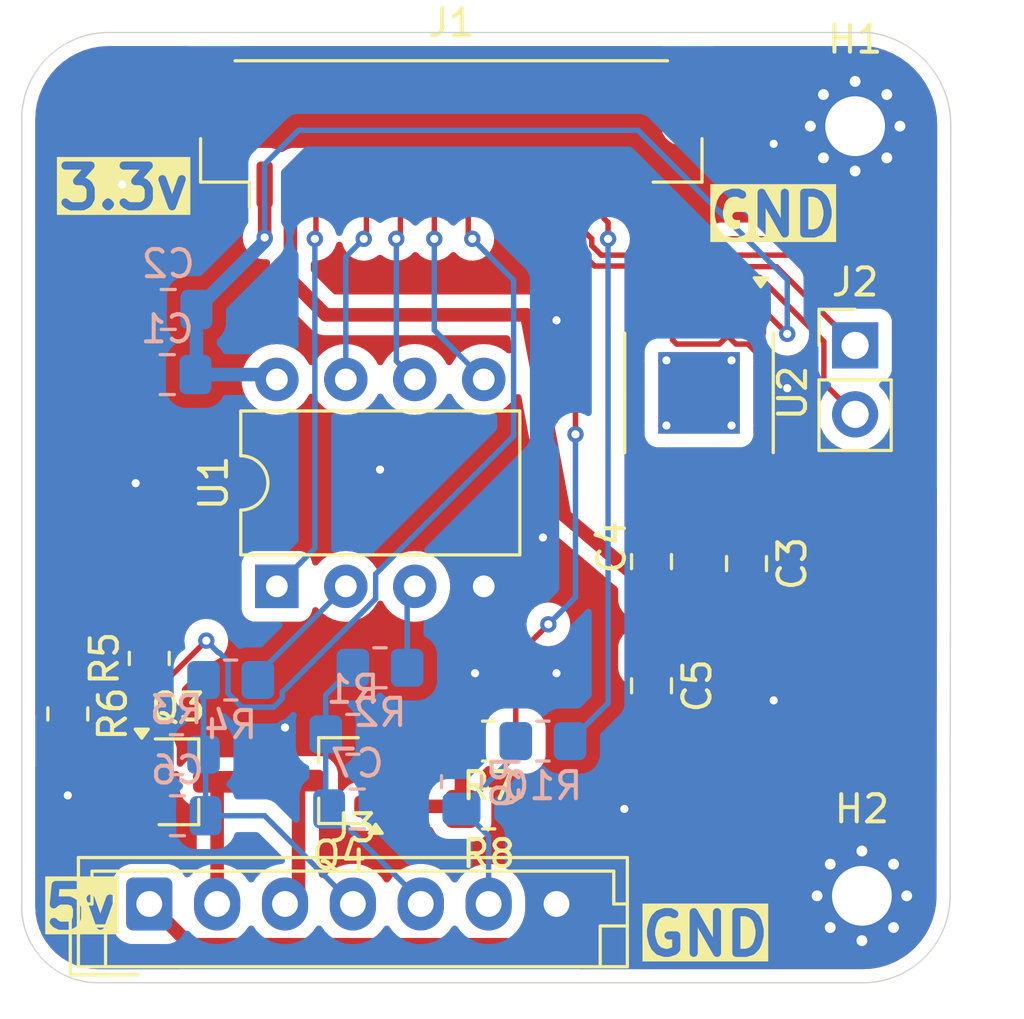
<source format=kicad_pcb>
(kicad_pcb (version 20240108) (generator "pcbnew") (generator_version "8.0")
  (layers (0 "F.Cu" signal) (31 "B.Cu" signal) (34 "B.Paste" user) (35 "F.Paste" user) (36 "B.SilkS" user "B.Silkscreen") (37 "F.SilkS" user "F.Silkscreen") (38 "B.Mask" user) (39 "F.Mask" user) (44 "Edge.Cuts" user))
  (net 0 "")
  (net 1 "GND")
  (net 2 "+3.3V")
  (net 3 "Net-(U2-VINT)")
  (net 4 "VM")
  (net 5 "CS")
  (net 6 "CLK")
  (net 7 "MISO")
  (net 8 "MOSI")
  (net 9 "CH0")
  (net 10 "CH1")
  (net 11 "Net-(U2-VCP)")
  (net 12 "AIN2")
  (net 13 "GATE1")
  (net 14 "GATE2")
  (net 15 "SWITCH")
  (net 16 "AIN1")
  (net 17 "Net-(J2-Pin_2)")
  (net 18 "Net-(J2-Pin_1)")
  (net 19 "DRAIN2")
  (net 20 "DRAIN1")
  (net 21 "Net-(J3-Pin_6)")
  (net 22 "Net-(Q3-G)")
  (net 23 "Net-(Q4-G)")
  (net 24 "Net-(U1-CH1)")
  (net 25 "Net-(U1-CH0)")
  (footprint "Connector_JST:JST_EH_B7B-EH-A_1x07_P2.50mm_Vertical" (layer "F.Cu") (at 113.5 104.5)
    (property "Reference" "J3" (at 7.5 -2.8 0) (layer "F.SilkS"))
    (property "Value" "Conn_01x07_Pin")
    (fp_line (start -2.91 0.11) (end -2.91 2.61) (stroke (width 0.12)) (layer "F.SilkS"))
    (fp_line (start -2.91 2.61) (end -0.41 2.61) (stroke (width 0.12)) (layer "F.SilkS"))
    (fp_line (start -2.61 -1.71) (end -2.61 2.31) (stroke (width 0.12)) (layer "F.SilkS"))
    (fp_line (start -2.61 0) (end -2.11 0) (stroke (width 0.12)) (layer "F.SilkS"))
    (fp_line (start -2.61 0.81) (end -1.61 0.81) (stroke (width 0.12)) (layer "F.SilkS"))
    (fp_line (start -2.61 2.31) (end 17.61 2.31) (stroke (width 0.12)) (layer "F.SilkS"))
    (fp_line (start -2.11 -1.21) (end 17.11 -1.21) (stroke (width 0.12)) (layer "F.SilkS"))
    (fp_line (start -2.11 0) (end -2.11 -1.21) (stroke (width 0.12)) (layer "F.SilkS"))
    (fp_line (start -1.61 0.81) (end -1.61 2.31) (stroke (width 0.12)) (layer "F.SilkS"))
    (fp_line (start 16.61 0.81) (end 16.61 2.31) (stroke (width 0.12)) (layer "F.SilkS"))
    (fp_line (start 17.11 -1.21) (end 17.11 0) (stroke (width 0.12)) (layer "F.SilkS"))
    (fp_line (start 17.11 0) (end 17.61 0) (stroke (width 0.12)) (layer "F.SilkS"))
    (fp_line (start 17.61 -1.71) (end -2.61 -1.71) (stroke (width 0.12)) (layer "F.SilkS"))
    (fp_line (start 17.61 0.81) (end 16.61 0.81) (stroke (width 0.12)) (layer "F.SilkS"))
    (fp_line (start 17.61 2.31) (end 17.61 -1.71) (stroke (width 0.12)) (layer "F.SilkS"))
    (pad "1" thru_hole roundrect (at 0 0) (size 1.7 1.95) (drill 0.95) (layers "*.Cu" "*.Mask") (roundrect_rratio 0.147059) (net 4 "VM"))
    (pad "2" thru_hole oval (at 2.5 0) (size 1.7 1.95) (drill 0.95) (layers "*.Cu" "*.Mask") (net 20 "DRAIN1"))
    (pad "3" thru_hole oval (at 5 0) (size 1.7 1.95) (drill 0.95) (layers "*.Cu" "*.Mask") (net 19 "DRAIN2"))
    (pad "4" thru_hole oval (at 7.5 0) (size 1.7 1.95) (drill 0.95) (layers "*.Cu" "*.Mask") (net 9 "CH0"))
    (pad "5" thru_hole oval (at 10 0) (size 1.7 1.95) (drill 0.95) (layers "*.Cu" "*.Mask") (net 10 "CH1"))
    (pad "6" thru_hole oval (at 12.5 0) (size 1.7 1.95) (drill 0.95) (layers "*.Cu" "*.Mask") (net 21 "Net-(J3-Pin_6)"))
    (pad "7" thru_hole oval (at 15 0) (size 1.7 1.95) (drill 0.95) (layers "*.Cu" "*.Mask") (net 1 "GND"))
  )
  (footprint "Capacitor_SMD:C_0805_2012Metric_Pad1.18x1.45mm_HandSolder" (layer "F.Cu") (at 132 91.8875 90)
    (property "Reference" "C4" (at 0.5375 -1.47 -90) (layer "F.SilkS"))
    (property "Value" "0.01uF, 16v ceramic X7R")
    (fp_line (start -0.261252 -0.735) (end 0.261252 -0.735) (stroke (width 0.12)) (layer "F.SilkS"))
    (fp_line (start -0.261252 0.735) (end 0.261252 0.735) (stroke (width 0.12)) (layer "F.SilkS"))
    (pad "1" smd roundrect (at -1.0375 0 90) (size 1.175 1.45) (layers "F.Cu" "F.Paste" "F.Mask") (roundrect_rratio 0.212766) (net 4 "VM"))
    (pad "2" smd roundrect (at 1.0375 0 90) (size 1.175 1.45) (layers "F.Cu" "F.Paste" "F.Mask") (roundrect_rratio 0.212766) (net 11 "Net-(U2-VCP)"))
  )
  (footprint "Package_SO:TSSOP-16-1EP_4.4x5mm_P0.65mm_EP3x3mm_ThermalVias" (layer "F.Cu") (at 133.75 85.675 -90)
    (property "Reference" "U2" (at 0 -3.45 90) (layer "F.SilkS"))
    (property "Value" "DRV8833PW")
    (fp_line (start 0 2.735) (end -2.2 2.735) (stroke (width 0.12)) (layer "F.SilkS"))
    (fp_line (start 0 2.735) (end 2.2 2.735) (stroke (width 0.12)) (layer "F.SilkS"))
    (fp_line (start 0 -2.735) (end -2.2 -2.735) (stroke (width 0.12)) (layer "F.SilkS"))
    (fp_line (start 0 -2.735) (end 2.2 -2.735) (stroke (width 0.12)) (layer "F.SilkS"))
    (fp_poly (pts (xy -3.91 -2.275) (xy -4.24 -2.515) (xy -4.24 -2.035) (xy -3.91 -2.275)) (stroke (width 0.12)) (fill solid) (layer "F.SilkS"))
    (pad "1" smd roundrect (at -2.875 -2.275 270) (size 1.55 0.4) (layers "F.Cu" "F.Paste" "F.Mask") (net 2 "+3.3V"))
    (pad "2" smd roundrect (at -2.875 -1.625 270) (size 1.55 0.4) (layers "F.Cu" "F.Paste" "F.Mask") (net 17 "Net-(J2-Pin_2)"))
    (pad "3" smd roundrect (at -2.875 -0.975 270) (size 1.55 0.4) (layers "F.Cu" "F.Paste" "F.Mask") (net 1 "GND"))
    (pad "4" smd roundrect (at -2.875 -0.325 270) (size 1.55 0.4) (layers "F.Cu" "F.Paste" "F.Mask") (net 18 "Net-(J2-Pin_1)"))
    (pad "5" smd roundrect (at -2.875 0.325 270) (size 1.55 0.4) (layers "F.Cu" "F.Paste" "F.Mask"))
    (pad "6" smd roundrect (at -2.875 0.975 270) (size 1.55 0.4) (layers "F.Cu" "F.Paste" "F.Mask") (net 1 "GND"))
    (pad "7" smd roundrect (at -2.875 1.625 270) (size 1.55 0.4) (layers "F.Cu" "F.Paste" "F.Mask"))
    (pad "8" smd roundrect (at -2.875 2.275 270) (size 1.55 0.4) (layers "F.Cu" "F.Paste" "F.Mask"))
    (pad "9" smd roundrect (at 2.875 2.275 270) (size 1.55 0.4) (layers "F.Cu" "F.Paste" "F.Mask"))
    (pad "10" smd roundrect (at 2.875 1.625 270) (size 1.55 0.4) (layers "F.Cu" "F.Paste" "F.Mask"))
    (pad "11" smd roundrect (at 2.875 0.975 270) (size 1.55 0.4) (layers "F.Cu" "F.Paste" "F.Mask") (net 11 "Net-(U2-VCP)"))
    (pad "12" smd roundrect (at 2.875 0.325 270) (size 1.55 0.4) (layers "F.Cu" "F.Paste" "F.Mask") (net 4 "VM"))
    (pad "13" smd roundrect (at 2.875 -0.325 270) (size 1.55 0.4) (layers "F.Cu" "F.Paste" "F.Mask") (net 1 "GND"))
    (pad "14" smd roundrect (at 2.875 -0.975 270) (size 1.55 0.4) (layers "F.Cu" "F.Paste" "F.Mask") (net 3 "Net-(U2-VINT)"))
    (pad "15" smd roundrect (at 2.875 -1.625 270) (size 1.55 0.4) (layers "F.Cu" "F.Paste" "F.Mask") (net 12 "AIN2"))
    (pad "16" smd roundrect (at 2.875 -2.275 270) (size 1.55 0.4) (layers "F.Cu" "F.Paste" "F.Mask") (net 16 "AIN1"))
    (pad "17" thru_hole circle (at -1.2 -1.2 270) (size 0.6 0.6) (drill 0.3) (property pad_prop_heatsink) (layers "*.Cu"))
    (pad "17" thru_hole circle (at -1.2 1.2 270) (size 0.6 0.6) (drill 0.3) (property pad_prop_heatsink) (layers "*.Cu"))
    (pad "17" smd rect (at 0 0 270) (size 3 3) (property pad_prop_heatsink) (layers "F.Cu" "F.Mask"))
    (pad "17" smd rect (at 0 0 270) (size 3 3) (property pad_prop_heatsink) (layers "B.Cu"))
    (pad "17" thru_hole circle (at 1.2 -1.2 270) (size 0.6 0.6) (drill 0.3) (property pad_prop_heatsink) (layers "*.Cu"))
    (pad "17" thru_hole circle (at 1.2 1.2 270) (size 0.6 0.6) (drill 0.3) (property pad_prop_heatsink) (layers "*.Cu"))
  )
  (footprint "Resistor_SMD:R_0805_2012Metric_Pad1.20x1.40mm_HandSolder" (layer "F.Cu") (at 113.5 95.455 90)
    (property "Reference" "R5" (at 0 -1.65 -90) (layer "F.SilkS"))
    (property "Value" "100")
    (fp_line (start -0.227064 -0.735) (end 0.227064 -0.735) (stroke (width 0.12)) (layer "F.SilkS"))
    (fp_line (start -0.227064 0.735) (end 0.227064 0.735) (stroke (width 0.12)) (layer "F.SilkS"))
    (pad "1" smd roundrect (at -1 0 90) (size 1.2 1.4) (layers "F.Cu" "F.Paste" "F.Mask") (roundrect_rratio 0.208333) (net 13 "GATE1"))
    (pad "2" smd roundrect (at 1 0 90) (size 1.2 1.4) (layers "F.Cu" "F.Paste" "F.Mask") (roundrect_rratio 0.208333) (net 22 "Net-(Q3-G)"))
  )
  (footprint "Connector_JST:JST_GH_BM12B-GHS-TBT_1x12-1MP_P1.25mm_Vertical" (layer "F.Cu") (at 124.625 76.05)
    (property "Reference" "J1" (at 0 -4 0) (layer "F.SilkS"))
    (property "Value" "Conn_01x12_Pin")
    (fp_line (start -9.235 0.26) (end -9.235 1.86) (stroke (width 0.12)) (layer "F.SilkS"))
    (fp_line (start -9.235 1.86) (end -7.435 1.86) (stroke (width 0.12)) (layer "F.SilkS"))
    (fp_line (start -7.965 -2.61) (end 7.965 -2.61) (stroke (width 0.12)) (layer "F.SilkS"))
    (fp_line (start -7.435 1.86) (end -7.435 2.8) (stroke (width 0.12)) (layer "F.SilkS"))
    (fp_line (start 9.235 0.26) (end 9.235 1.86) (stroke (width 0.12)) (layer "F.SilkS"))
    (fp_line (start 9.235 1.86) (end 7.435 1.86) (stroke (width 0.12)) (layer "F.SilkS"))
    (pad "1" smd roundrect (at -6.875 1.95) (size 0.6 1.7) (layers "F.Cu" "F.Paste" "F.Mask") (net 2 "+3.3V"))
    (pad "2" smd roundrect (at -5.625 1.95) (size 0.6 1.7) (layers "F.Cu" "F.Paste" "F.Mask") (net 4 "VM"))
    (pad "3" smd roundrect (at -4.375 1.95) (size 0.6 1.7) (layers "F.Cu" "F.Paste" "F.Mask") (net 5 "CS"))
    (pad "4" smd roundrect (at -3.125 1.95) (size 0.6 1.7) (layers "F.Cu" "F.Paste" "F.Mask") (net 6 "CLK"))
    (pad "5" smd roundrect (at -1.875 1.95) (size 0.6 1.7) (layers "F.Cu" "F.Paste" "F.Mask") (net 7 "MISO"))
    (pad "6" smd roundrect (at -0.625 1.95) (size 0.6 1.7) (layers "F.Cu" "F.Paste" "F.Mask") (net 8 "MOSI"))
    (pad "7" smd roundrect (at 0.625 1.95) (size 0.6 1.7) (layers "F.Cu" "F.Paste" "F.Mask") (net 13 "GATE1"))
    (pad "8" smd roundrect (at 1.875 1.95) (size 0.6 1.7) (layers "F.Cu" "F.Paste" "F.Mask") (net 14 "GATE2"))
    (pad "9" smd roundrect (at 3.125 1.95) (size 0.6 1.7) (layers "F.Cu" "F.Paste" "F.Mask") (net 16 "AIN1"))
    (pad "10" smd roundrect (at 4.375 1.95) (size 0.6 1.7) (layers "F.Cu" "F.Paste" "F.Mask") (net 12 "AIN2"))
    (pad "11" smd roundrect (at 5.625 1.95) (size 0.6 1.7) (layers "F.Cu" "F.Paste" "F.Mask") (net 15 "SWITCH"))
    (pad "12" smd roundrect (at 6.875 1.95) (size 0.6 1.7) (layers "F.Cu" "F.Paste" "F.Mask") (net 1 "GND"))
    (pad "MP" smd roundrect (at -8.725 -1.4) (size 1 2.8) (layers "F.Cu" "F.Paste" "F.Mask"))
    (pad "MP" smd roundrect (at 8.725 -1.4) (size 1 2.8) (layers "F.Cu" "F.Paste" "F.Mask"))
  )
  (footprint "Package_TO_SOT_SMD:SOT-23_Handsoldering" (layer "F.Cu") (at 120.5 99.955 180)
    (property "Reference" "Q4" (at 0 -2.75 180) (layer "F.SilkS"))
    (property "Value" "2N7002")
    (fp_line (start 0.76 1.58) (end 0.76 0.65) (stroke (width 0.12)) (layer "F.SilkS"))
    (fp_line (start 0.76 1.58) (end -0.7 1.58) (stroke (width 0.12)) (layer "F.SilkS"))
    (fp_line (start 0.76 -1.58) (end 0.76 -0.65) (stroke (width 0.12)) (layer "F.SilkS"))
    (fp_line (start -0.04 -1.58) (end 0.76 -1.58) (stroke (width 0.12)) (layer "F.SilkS"))
    (fp_line (start -0.04 -1.58) (end -0.84 -1.58) (stroke (width 0.12)) (layer "F.SilkS"))
    (fp_poly (pts (xy -1.34 -1.61) (xy -1.58 -1.94) (xy -1.1 -1.94) (xy -1.34 -1.61)) (stroke (width 0.12)) (fill solid) (layer "F.SilkS"))
    (pad "1" smd roundrect (at -1.5 -0.95 180) (size 1.9 0.8) (layers "F.Cu" "F.Paste" "F.Mask") (net 23 "Net-(Q4-G)"))
    (pad "2" smd roundrect (at -1.5 0.95 180) (size 1.9 0.8) (layers "F.Cu" "F.Paste" "F.Mask") (net 1 "GND"))
    (pad "3" smd roundrect (at 1.5 0 180) (size 1.9 0.8) (layers "F.Cu" "F.Paste" "F.Mask") (net 19 "DRAIN2"))
  )
  (footprint "Package_TO_SOT_SMD:SOT-23_Handsoldering" (layer "F.Cu") (at 114.5625 100)
    (property "Reference" "Q3" (at 0 -2.75 0) (layer "F.SilkS"))
    (property "Value" "2N7002")
    (fp_line (start -0.04 -1.58) (end -0.84 -1.58) (stroke (width 0.12)) (layer "F.SilkS"))
    (fp_line (start -0.04 -1.58) (end 0.76 -1.58) (stroke (width 0.12)) (layer "F.SilkS"))
    (fp_line (start 0.76 -1.58) (end 0.76 -0.65) (stroke (width 0.12)) (layer "F.SilkS"))
    (fp_line (start 0.76 1.58) (end -0.7 1.58) (stroke (width 0.12)) (layer "F.SilkS"))
    (fp_line (start 0.76 1.58) (end 0.76 0.65) (stroke (width 0.12)) (layer "F.SilkS"))
    (fp_poly (pts (xy -1.34 -1.61) (xy -1.58 -1.94) (xy -1.1 -1.94) (xy -1.34 -1.61)) (stroke (width 0.12)) (fill solid) (layer "F.SilkS"))
    (pad "1" smd roundrect (at -1.5 -0.95) (size 1.9 0.8) (layers "F.Cu" "F.Paste" "F.Mask") (net 22 "Net-(Q3-G)"))
    (pad "2" smd roundrect (at -1.5 0.95) (size 1.9 0.8) (layers "F.Cu" "F.Paste" "F.Mask") (net 1 "GND"))
    (pad "3" smd roundrect (at 1.5 0) (size 1.9 0.8) (layers "F.Cu" "F.Paste" "F.Mask") (net 20 "DRAIN1"))
  )
  (footprint "MountingHole:MountingHole_2.2mm_M2_Pad_Via" (layer "F.Cu") (at 139.75 104.2)
    (property "Reference" "H2" (at 0 -3.2 0) (layer "F.SilkS"))
    (property "Value" "M2")
    (pad "1" thru_hole circle (at -1.65 0) (size 0.7 0.7) (drill 0.4) (layers "*.Cu" "*.Mask") (net 1 "GND"))
    (pad "1" thru_hole circle (at -1.166726 -1.166726) (size 0.7 0.7) (drill 0.4) (layers "*.Cu" "*.Mask") (net 1 "GND"))
    (pad "1" thru_hole circle (at -1.166726 1.166726) (size 0.7 0.7) (drill 0.4) (layers "*.Cu" "*.Mask") (net 1 "GND"))
    (pad "1" thru_hole circle (at 0 -1.65) (size 0.7 0.7) (drill 0.4) (layers "*.Cu" "*.Mask") (net 1 "GND"))
    (pad "1" thru_hole circle (at 0 0) (size 4.4 4.4) (drill 2.2) (layers "*.Cu" "*.Mask") (net 1 "GND"))
    (pad "1" thru_hole circle (at 0 1.65) (size 0.7 0.7) (drill 0.4) (layers "*.Cu" "*.Mask") (net 1 "GND"))
    (pad "1" thru_hole circle (at 1.166726 -1.166726) (size 0.7 0.7) (drill 0.4) (layers "*.Cu" "*.Mask") (net 1 "GND"))
    (pad "1" thru_hole circle (at 1.166726 1.166726) (size 0.7 0.7) (drill 0.4) (layers "*.Cu" "*.Mask") (net 1 "GND"))
    (pad "1" thru_hole circle (at 1.65 0) (size 0.7 0.7) (drill 0.4) (layers "*.Cu" "*.Mask") (net 1 "GND"))
  )
  (footprint "Connector_PinHeader_2.54mm:PinHeader_1x02_P2.54mm_Vertical" (layer "F.Cu") (at 139.5 83.925)
    (property "Reference" "J2" (at 0 -2.33 0) (layer "F.SilkS"))
    (property "Value" "Conn_01x02_Pin")
    (fp_line (start -1.33 -1.33) (end 0 -1.33) (stroke (width 0.12)) (layer "F.SilkS"))
    (fp_line (start -1.33 0) (end -1.33 -1.33) (stroke (width 0.12)) (layer "F.SilkS"))
    (fp_line (start -1.33 1.27) (end -1.33 3.87) (stroke (width 0.12)) (layer "F.SilkS"))
    (fp_line (start -1.33 1.27) (end 1.33 1.27) (stroke (width 0.12)) (layer "F.SilkS"))
    (fp_line (start -1.33 3.87) (end 1.33 3.87) (stroke (width 0.12)) (layer "F.SilkS"))
    (fp_line (start 1.33 1.27) (end 1.33 3.87) (stroke (width 0.12)) (layer "F.SilkS"))
    (pad "1" thru_hole rect (at 0 0) (size 1.7 1.7) (drill 1) (layers "*.Cu" "*.Mask") (net 18 "Net-(J2-Pin_1)"))
    (pad "2" thru_hole oval (at 0 2.54) (size 1.7 1.7) (drill 1) (layers "*.Cu" "*.Mask") (net 17 "Net-(J2-Pin_2)"))
  )
  (footprint "Resistor_SMD:R_0805_2012Metric_Pad1.20x1.40mm_HandSolder" (layer "F.Cu") (at 126 101 180)
    (property "Reference" "R8" (at 0 -1.65 180) (layer "F.SilkS"))
    (property "Value" "10k")
    (fp_line (start -0.227064 0.735) (end 0.227064 0.735) (stroke (width 0.12)) (layer "F.SilkS"))
    (fp_line (start -0.227064 -0.735) (end 0.227064 -0.735) (stroke (width 0.12)) (layer "F.SilkS"))
    (pad "1" smd roundrect (at -1 0 180) (size 1.2 1.4) (layers "F.Cu" "F.Paste" "F.Mask") (roundrect_rratio 0.208333) (net 1 "GND"))
    (pad "2" smd roundrect (at 1 0 180) (size 1.2 1.4) (layers "F.Cu" "F.Paste" "F.Mask") (roundrect_rratio 0.208333) (net 23 "Net-(Q4-G)"))
  )
  (footprint "Resistor_SMD:R_0805_2012Metric_Pad1.20x1.40mm_HandSolder" (layer "F.Cu") (at 110.5 97.5 -90)
    (property "Reference" "R6" (at 0 -1.65 90) (layer "F.SilkS"))
    (property "Value" "10k")
    (fp_line (start -0.227064 0.735) (end 0.227064 0.735) (stroke (width 0.12)) (layer "F.SilkS"))
    (fp_line (start -0.227064 -0.735) (end 0.227064 -0.735) (stroke (width 0.12)) (layer "F.SilkS"))
    (pad "1" smd roundrect (at -1 0 270) (size 1.2 1.4) (layers "F.Cu" "F.Paste" "F.Mask") (roundrect_rratio 0.208333) (net 1 "GND"))
    (pad "2" smd roundrect (at 1 0 270) (size 1.2 1.4) (layers "F.Cu" "F.Paste" "F.Mask") (roundrect_rratio 0.208333) (net 22 "Net-(Q3-G)"))
  )
  (footprint "Capacitor_SMD:C_0805_2012Metric_Pad1.18x1.45mm_HandSolder" (layer "F.Cu") (at 132 96.4625 -90)
    (property "Reference" "C5" (at 0 -1.68 90) (layer "F.SilkS"))
    (property "Value" "10uF")
    (fp_line (start -0.261252 0.735) (end 0.261252 0.735) (stroke (width 0.12)) (layer "F.SilkS"))
    (fp_line (start -0.261252 -0.735) (end 0.261252 -0.735) (stroke (width 0.12)) (layer "F.SilkS"))
    (pad "1" smd roundrect (at -1.0375 0 270) (size 1.175 1.45) (layers "F.Cu" "F.Paste" "F.Mask") (roundrect_rratio 0.212766) (net 4 "VM"))
    (pad "2" smd roundrect (at 1.0375 0 270) (size 1.175 1.45) (layers "F.Cu" "F.Paste" "F.Mask") (roundrect_rratio 0.212766) (net 1 "GND"))
  )
  (footprint "Package_DIP:DIP-8_W7.62mm" (layer "F.Cu") (at 118.2 92.8 90)
    (property "Reference" "U1" (at 3.81 -2.33 -90) (layer "F.SilkS"))
    (property "Value" "MCP3002")
    (fp_line (start 6.46 -1.33) (end 4.81 -1.33) (stroke (width 0.12)) (layer "F.SilkS"))
    (fp_line (start 2.81 -1.33) (end 1.16 -1.33) (stroke (width 0.12)) (layer "F.SilkS"))
    (fp_line (start 1.16 -1.33) (end 1.16 8.95) (stroke (width 0.12)) (layer "F.SilkS"))
    (fp_line (start 6.46 8.95) (end 6.46 -1.33) (stroke (width 0.12)) (layer "F.SilkS"))
    (fp_line (start 1.16 8.95) (end 6.46 8.95) (stroke (width 0.12)) (layer "F.SilkS"))
    (fp_arc (start 4.81 -1.33) (mid 3.81 -0.33) (end 2.81 -1.33) (stroke (width 0.12)) (layer "F.SilkS"))
    (pad "1" thru_hole rect (at 0 0 90) (size 1.6 1.6) (drill 0.8) (layers "*.Cu" "*.Mask") (net 5 "CS"))
    (pad "2" thru_hole oval (at 0 2.54 90) (size 1.6 1.6) (drill 0.8) (layers "*.Cu" "*.Mask") (net 25 "Net-(U1-CH0)"))
    (pad "3" thru_hole oval (at 0 5.08 90) (size 1.6 1.6) (drill 0.8) (layers "*.Cu" "*.Mask") (net 24 "Net-(U1-CH1)"))
    (pad "4" thru_hole oval (at 0 7.62 90) (size 1.6 1.6) (drill 0.8) (layers "*.Cu" "*.Mask") (net 1 "GND"))
    (pad "5" thru_hole oval (at 7.62 7.62 90) (size 1.6 1.6) (drill 0.8) (layers "*.Cu" "*.Mask") (net 8 "MOSI"))
    (pad "6" thru_hole oval (at 7.62 5.08 90) (size 1.6 1.6) (drill 0.8) (layers "*.Cu" "*.Mask") (net 7 "MISO"))
    (pad "7" thru_hole oval (at 7.62 2.54 90) (size 1.6 1.6) (drill 0.8) (layers "*.Cu" "*.Mask") (net 6 "CLK"))
    (pad "8" thru_hole oval (at 7.62 0 90) (size 1.6 1.6) (drill 0.8) (layers "*.Cu" "*.Mask") (net 2 "+3.3V"))
  )
  (footprint "Capacitor_SMD:C_0805_2012Metric_Pad1.18x1.45mm_HandSolder" (layer "F.Cu") (at 135.5 91.9625 -90)
    (property "Reference" "C3" (at 0 -1.68 90) (layer "F.SilkS"))
    (property "Value" "2.2uF 6.3v")
    (fp_line (start -0.261252 0.735) (end 0.261252 0.735) (stroke (width 0.12)) (layer "F.SilkS"))
    (fp_line (start -0.261252 -0.735) (end 0.261252 -0.735) (stroke (width 0.12)) (layer "F.SilkS"))
    (pad "1" smd roundrect (at -1.0375 0 270) (size 1.175 1.45) (layers "F.Cu" "F.Paste" "F.Mask") (roundrect_rratio 0.212766) (net 3 "Net-(U2-VINT)"))
    (pad "2" smd roundrect (at 1.0375 0 270) (size 1.175 1.45) (layers "F.Cu" "F.Paste" "F.Mask") (roundrect_rratio 0.212766) (net 1 "GND"))
  )
  (footprint "MountingHole:MountingHole_2.2mm_M2_Pad_Via" (layer "F.Cu") (at 139.5 75.85)
    (property "Reference" "H1" (at 0 -3.2 0) (layer "F.SilkS"))
    (property "Value" "M1")
    (pad "1" thru_hole circle (at -1.65 0) (size 0.7 0.7) (drill 0.4) (layers "*.Cu" "*.Mask") (net 1 "GND"))
    (pad "1" thru_hole circle (at -1.166726 -1.166726) (size 0.7 0.7) (drill 0.4) (layers "*.Cu" "*.Mask") (net 1 "GND"))
    (pad "1" thru_hole circle (at -1.166726 1.166726) (size 0.7 0.7) (drill 0.4) (layers "*.Cu" "*.Mask") (net 1 "GND"))
    (pad "1" thru_hole circle (at 0 -1.65) (size 0.7 0.7) (drill 0.4) (layers "*.Cu" "*.Mask") (net 1 "GND"))
    (pad "1" thru_hole circle (at 0 0) (size 4.4 4.4) (drill 2.2) (layers "*.Cu" "*.Mask") (net 1 "GND"))
    (pad "1" thru_hole circle (at 0 1.65) (size 0.7 0.7) (drill 0.4) (layers "*.Cu" "*.Mask") (net 1 "GND"))
    (pad "1" thru_hole circle (at 1.166726 -1.166726) (size 0.7 0.7) (drill 0.4) (layers "*.Cu" "*.Mask") (net 1 "GND"))
    (pad "1" thru_hole circle (at 1.166726 1.166726) (size 0.7 0.7) (drill 0.4) (layers "*.Cu" "*.Mask") (net 1 "GND"))
    (pad "1" thru_hole circle (at 1.65 0) (size 0.7 0.7) (drill 0.4) (layers "*.Cu" "*.Mask") (net 1 "GND"))
  )
  (footprint "Resistor_SMD:R_0805_2012Metric_Pad1.20x1.40mm_HandSolder" (layer "F.Cu") (at 126 98.5 180)
    (property "Reference" "R7" (at 0 -1.65 180) (layer "F.SilkS"))
    (property "Value" "100")
    (fp_line (start -0.227064 0.735) (end 0.227064 0.735) (stroke (width 0.12)) (layer "F.SilkS"))
    (fp_line (start -0.227064 -0.735) (end 0.227064 -0.735) (stroke (width 0.12)) (layer "F.SilkS"))
    (pad "1" smd roundrect (at -1 0 180) (size 1.2 1.4) (layers "F.Cu" "F.Paste" "F.Mask") (roundrect_rratio 0.208333) (net 14 "GATE2"))
    (pad "2" smd roundrect (at 1 0 180) (size 1.2 1.4) (layers "F.Cu" "F.Paste" "F.Mask") (roundrect_rratio 0.208333) (net 23 "Net-(Q4-G)"))
  )
  (footprint "Capacitor_SMD:C_0805_2012Metric_Pad1.18x1.45mm_HandSolder" (layer "B.Cu") (at 114.1625 85 180)
    (property "Reference" "C1" (at 0 1.68 180) (layer "B.SilkS") (effects (justify mirror)))
    (property "Value" "100nF")
    (fp_line (start 0.261252 0.735) (end -0.261252 0.735) (stroke (width 0.12)) (layer "B.SilkS"))
    (fp_line (start 0.261252 -0.735) (end -0.261252 -0.735) (stroke (width 0.12)) (layer "B.SilkS"))
    (pad "1" smd roundrect (at -1.0375 0 180) (size 1.175 1.45) (layers "B.Cu" "B.Paste" "B.Mask") (roundrect_rratio 0.212766) (net 2 "+3.3V"))
    (pad "2" smd roundrect (at 1.0375 0 180) (size 1.175 1.45) (layers "B.Cu" "B.Paste" "B.Mask") (roundrect_rratio 0.212766) (net 1 "GND"))
  )
  (footprint "Capacitor_SMD:C_0805_2012Metric_Pad1.18x1.45mm_HandSolder" (layer "B.Cu") (at 114.2 82.6 180)
    (property "Reference" "C2" (at 0 1.68 180) (layer "B.SilkS") (effects (justify mirror)))
    (property "Value" "10nF")
    (fp_line (start 0.261252 0.735) (end -0.261252 0.735) (stroke (width 0.12)) (layer "B.SilkS"))
    (fp_line (start 0.261252 -0.735) (end -0.261252 -0.735) (stroke (width 0.12)) (layer "B.SilkS"))
    (pad "1" smd roundrect (at -1.0375 0 180) (size 1.175 1.45) (layers "B.Cu" "B.Paste" "B.Mask") (roundrect_rratio 0.212766) (net 2 "+3.3V"))
    (pad "2" smd roundrect (at 1.0375 0 180) (size 1.175 1.45) (layers "B.Cu" "B.Paste" "B.Mask") (roundrect_rratio 0.212766) (net 1 "GND"))
  )
  (footprint "Resistor_SMD:R_0805_2012Metric_Pad1.20x1.40mm_HandSolder" (layer "B.Cu") (at 122 95.8)
    (property "Reference" "R2" (at 0 1.65 0) (layer "B.SilkS") (effects (justify mirror)))
    (property "Value" "20k")
    (fp_line (start 0.227064 -0.735) (end -0.227064 -0.735) (stroke (width 0.12)) (layer "B.SilkS"))
    (fp_line (start 0.227064 0.735) (end -0.227064 0.735) (stroke (width 0.12)) (layer "B.SilkS"))
    (pad "1" smd roundrect (at -1 0) (size 1.2 1.4) (layers "B.Cu" "B.Paste" "B.Mask") (roundrect_rratio 0.208333) (net 10 "CH1"))
    (pad "2" smd roundrect (at 1 0) (size 1.2 1.4) (layers "B.Cu" "B.Paste" "B.Mask") (roundrect_rratio 0.208333) (net 24 "Net-(U1-CH1)"))
  )
  (footprint "Resistor_SMD:R_0805_2012Metric_Pad1.20x1.40mm_HandSolder" (layer "B.Cu") (at 128 98.5)
    (property "Reference" "R10" (at 0 1.65 0) (layer "B.SilkS") (effects (justify mirror)))
    (property "Value" "20k")
    (fp_line (start 0.227064 -0.735) (end -0.227064 -0.735) (stroke (width 0.12)) (layer "B.SilkS"))
    (fp_line (start 0.227064 0.735) (end -0.227064 0.735) (stroke (width 0.12)) (layer "B.SilkS"))
    (pad "1" smd roundrect (at -1 0) (size 1.2 1.4) (layers "B.Cu" "B.Paste" "B.Mask") (roundrect_rratio 0.208333) (net 21 "Net-(J3-Pin_6)"))
    (pad "2" smd roundrect (at 1 0) (size 1.2 1.4) (layers "B.Cu" "B.Paste" "B.Mask") (roundrect_rratio 0.208333) (net 15 "SWITCH"))
  )
  (footprint "Resistor_SMD:R_0805_2012Metric_Pad1.20x1.40mm_HandSolder" (layer "B.Cu") (at 114.5 99 180)
    (property "Reference" "R3" (at 0 1.65 180) (layer "B.SilkS") (effects (justify mirror)))
    (property "Value" "10k")
    (fp_line (start 0.227064 0.735) (end -0.227064 0.735) (stroke (width 0.12)) (layer "B.SilkS"))
    (fp_line (start 0.227064 -0.735) (end -0.227064 -0.735) (stroke (width 0.12)) (layer "B.SilkS"))
    (pad "1" smd roundrect (at -1 0 180) (size 1.2 1.4) (layers "B.Cu" "B.Paste" "B.Mask") (roundrect_rratio 0.208333) (net 9 "CH0"))
    (pad "2" smd roundrect (at 1 0 180) (size 1.2 1.4) (layers "B.Cu" "B.Paste" "B.Mask") (roundrect_rratio 0.208333) (net 1 "GND"))
  )
  (footprint "Resistor_SMD:R_0805_2012Metric_Pad1.20x1.40mm_HandSolder" (layer "B.Cu") (at 116.5 96.25)
    (property "Reference" "R4" (at 0 1.65 0) (layer "B.SilkS") (effects (justify mirror)))
    (property "Value" "20k")
    (fp_line (start 0.227064 -0.735) (end -0.227064 -0.735) (stroke (width 0.12)) (layer "B.SilkS"))
    (fp_line (start 0.227064 0.735) (end -0.227064 0.735) (stroke (width 0.12)) (layer "B.SilkS"))
    (pad "1" smd roundrect (at -1 0) (size 1.2 1.4) (layers "B.Cu" "B.Paste" "B.Mask") (roundrect_rratio 0.208333) (net 9 "CH0"))
    (pad "2" smd roundrect (at 1 0) (size 1.2 1.4) (layers "B.Cu" "B.Paste" "B.Mask") (roundrect_rratio 0.208333) (net 25 "Net-(U1-CH0)"))
  )
  (footprint "Resistor_SMD:R_0805_2012Metric_Pad1.20x1.40mm_HandSolder" (layer "B.Cu") (at 121 98.25 180)
    (property "Reference" "R1" (at 0 1.65 180) (layer "B.SilkS") (effects (justify mirror)))
    (property "Value" "10k")
    (fp_line (start 0.227064 0.735) (end -0.227064 0.735) (stroke (width 0.12)) (layer "B.SilkS"))
    (fp_line (start 0.227064 -0.735) (end -0.227064 -0.735) (stroke (width 0.12)) (layer "B.SilkS"))
    (pad "1" smd roundrect (at -1 0 180) (size 1.2 1.4) (layers "B.Cu" "B.Paste" "B.Mask") (roundrect_rratio 0.208333) (net 1 "GND"))
    (pad "2" smd roundrect (at 1 0 180) (size 1.2 1.4) (layers "B.Cu" "B.Paste" "B.Mask") (roundrect_rratio 0.208333) (net 10 "CH1"))
  )
  (footprint "Resistor_SMD:R_0805_2012Metric_Pad1.20x1.40mm_HandSolder" (layer "B.Cu") (at 125 100 90)
    (property "Reference" "R9" (at 0 1.65 -90) (layer "B.SilkS") (effects (justify mirror)))
    (property "Value" "10k")
    (fp_line (start 0.227064 -0.735) (end -0.227064 -0.735) (stroke (width 0.12)) (layer "B.SilkS"))
    (fp_line (start 0.227064 0.735) (end -0.227064 0.735) (stroke (width 0.12)) (layer "B.SilkS"))
    (pad "1" smd roundrect (at -1 0 90) (size 1.2 1.4) (layers "B.Cu" "B.Paste" "B.Mask") (roundrect_rratio 0.208333) (net 21 "Net-(J3-Pin_6)"))
    (pad "2" smd roundrect (at 1 0 90) (size 1.2 1.4) (layers "B.Cu" "B.Paste" "B.Mask") (roundrect_rratio 0.208333) (net 1 "GND"))
  )
  (footprint "Capacitor_SMD:C_0805_2012Metric_Pad1.18x1.45mm_HandSolder" (layer "B.Cu") (at 121.1625 101 180)
    (property "Reference" "C7" (at 0 1.68 180) (layer "B.SilkS") (effects (justify mirror)))
    (property "Value" "10nF")
    (fp_line (start 0.261252 0.735) (end -0.261252 0.735) (stroke (width 0.12)) (layer "B.SilkS"))
    (fp_line (start 0.261252 -0.735) (end -0.261252 -0.735) (stroke (width 0.12)) (layer "B.SilkS"))
    (pad "1" smd roundrect (at -1.0375 0 180) (size 1.175 1.45) (layers "B.Cu" "B.Paste" "B.Mask") (roundrect_rratio 0.212766) (net 1 "GND"))
    (pad "2" smd roundrect (at 1.0375 0 180) (size 1.175 1.45) (layers "B.Cu" "B.Paste" "B.Mask") (roundrect_rratio 0.212766) (net 10 "CH1"))
  )
  (footprint "Capacitor_SMD:C_0805_2012Metric_Pad1.18x1.45mm_HandSolder" (layer "B.Cu") (at 114.5375 101.25 180)
    (property "Reference" "C6" (at 0 1.68 180) (layer "B.SilkS") (effects (justify mirror)))
    (property "Value" "10nF")
    (fp_line (start 0.261252 0.735) (end -0.261252 0.735) (stroke (width 0.12)) (layer "B.SilkS"))
    (fp_line (start 0.261252 -0.735) (end -0.261252 -0.735) (stroke (width 0.12)) (layer "B.SilkS"))
    (pad "1" smd roundrect (at -1.0375 0 180) (size 1.175 1.45) (layers "B.Cu" "B.Paste" "B.Mask") (roundrect_rratio 0.212766) (net 9 "CH0"))
    (pad "2" smd roundrect (at 1.0375 0 180) (size 1.175 1.45) (layers "B.Cu" "B.Paste" "B.Mask") (roundrect_rratio 0.212766) (net 1 "GND"))
  )
  (gr_arc (start 108.8 75.6) (mid 109.737258 73.337258) (end 112 72.4) (stroke (width 0.05)) (layer "Edge.Cuts"))
  (gr_line (start 140 72.400001) (end 112 72.4) (stroke (width 0.05)) (layer "Edge.Cuts"))
  (gr_arc (start 140 72.400001) (mid 142.158258 73.52507) (end 143.023448 75.8) (stroke (width 0.05)) (layer "Edge.Cuts"))
  (gr_arc (start 111.6 107.4) (mid 109.620101 106.579899) (end 108.8 104.6) (stroke (width 0.05)) (layer "Edge.Cuts"))
  (gr_line (start 143.023448 75.8) (end 143 104.2) (stroke (width 0.05)) (layer "Edge.Cuts"))
  (gr_line (start 108.8 104.6) (end 108.8 75.6) (stroke (width 0.05)) (layer "Edge.Cuts"))
  (gr_line (start 111.6 107.4) (end 139.8 107.4) (stroke (width 0.05)) (layer "Edge.Cuts"))
  (gr_arc (start 143 104.2) (mid 142.062742 106.462742) (end 139.8 107.4) (stroke (width 0.05)) (layer "Edge.Cuts"))
  (gr_text "GND\n" (at 131.5 106.5 0) (layer "F.SilkS" knockout) (effects (font (size 1.5 1.5) (thickness 0.3) (bold yes)) (justify left bottom)))
  (gr_text "GND" (at 134 80 0) (layer "F.SilkS" knockout) (effects (font (size 1.5 1.5) (thickness 0.3) (bold yes)) (justify left bottom)))
  (gr_text "3.3v" (at 110 79 0) (layer "F.SilkS" knockout) (effects (font (size 1.5 1.5) (thickness 0.3) (bold yes)) (justify left bottom)))
  (gr_text "5v" (at 109.5 105.5 0) (layer "F.SilkS" knockout) (effects (font (size 1.5 1.5) (thickness 0.3) (bold yes)) (justify left bottom)))
  (segment (start 134.075 91.575) (end 135.5 93) (width 0.2) (layer "F.Cu") (net 1))
  (segment (start 132.775 82.8) (end 132.775 83.725) (width 0.2) (layer "F.Cu") (net 1))
  (segment (start 132.925 83.875) (end 134.5 83.875) (width 0.2) (layer "F.Cu") (net 1))
  (segment (start 134.075 88.55) (end 134.075 91.575) (width 0.2) (layer "F.Cu") (net 1))
  (segment (start 135.106544 83.875) (end 135.55 83.875) (width 0.2) (layer "F.Cu") (net 1))
  (segment (start 135.55 83.875) (end 137 85.325) (width 0.2) (layer "F.Cu") (net 1))
  (segment (start 137 85.325) (end 137 85.5) (width 0.2) (layer "F.Cu") (net 1))
  (segment (start 134.5 83.875) (end 134.725 83.65) (width 0.2) (layer "F.Cu") (net 1))
  (segment (start 134.725 83.493456) (end 135.106544 83.875) (width 0.2) (layer "F.Cu") (net 1))
  (segment (start 134.725 83.65) (end 134.725 82.8) (width 0.2) (layer "F.Cu") (net 1))
  (segment (start 132.775 83.725) (end 132.925 83.875) (width 0.2) (layer "F.Cu") (net 1))
  (segment (start 134.725 82.8) (end 134.725 83.493456) (width 0.2) (layer "F.Cu") (net 1))
  (via (at 136.5 76.5) (size 0.6) (drill 0.3) (layers "F.Cu" "B.Cu") (net 1))
  (via (at 131 101) (size 0.6) (drill 0.3) (layers "F.Cu" "B.Cu") (net 1))
  (via (at 137 85.5) (size 0.6) (drill 0.3) (layers "F.Cu" "B.Cu") (net 1))
  (via (at 136.5 97) (size 0.6) (drill 0.3) (layers "F.Cu" "B.Cu") (net 1))
  (via (at 125.5 96) (size 0.6) (drill 0.3) (layers "F.Cu" "B.Cu") (net 1))
  (via (at 128 91) (size 0.6) (drill 0.3) (layers "F.Cu" "B.Cu") (net 1))
  (via (at 118.5 98) (size 0.6) (drill 0.3) (layers "F.Cu" "B.Cu") (net 1))
  (via (at 112.5 78) (size 0.6) (drill 0.3) (layers "F.Cu" "B.Cu") (net 1))
  (via (at 110.5 100.5) (size 0.6) (drill 0.3) (layers "F.Cu" "B.Cu") (net 1))
  (via (at 113 89) (size 0.6) (drill 0.3) (layers "F.Cu" "B.Cu") (net 1))
  (via (at 128.5 96) (size 0.6) (drill 0.3) (layers "F.Cu" "B.Cu") (net 1))
  (via (at 128.5 83) (size 0.6) (drill 0.3) (layers "F.Cu" "B.Cu") (net 1))
  (via (at 122 88.5) (size 0.6) (drill 0.3) (layers "F.Cu" "B.Cu") (net 1))
  (segment (start 136.3 82.8) (end 137 83.5) (width 0.2) (layer "F.Cu") (net 2))
  (segment (start 117.75 78) (end 117.75 79.95) (width 0.5) (layer "F.Cu") (net 2))
  (segment (start 136.025 82.8) (end 136.3 82.8) (width 0.2) (layer "F.Cu") (net 2))
  (segment (start 117.8 80) (end 117.75 79.95) (width 0.5) (layer "F.Cu") (net 2))
  (via (at 117.75 79.95) (size 0.6) (drill 0.3) (layers "F.Cu" "B.Cu") (net 2))
  (via (at 137 83.5) (size 0.6) (drill 0.3) (layers "F.Cu" "B.Cu") (net 2))
  (segment (start 117.75 77.25) (end 117.75 79.95) (width 0.2) (layer "B.Cu") (net 2))
  (segment (start 117.75 79.95) (end 117.75 80.0875) (width 0.5) (layer "B.Cu") (net 2))
  (segment (start 117.75 80.0875) (end 115.2375 82.6) (width 0.5) (layer "B.Cu") (net 2))
  (segment (start 137 81.5) (end 131.5 76) (width 0.2) (layer "B.Cu") (net 2))
  (segment (start 119 76) (end 117.75 77.25) (width 0.2) (layer "B.Cu") (net 2))
  (segment (start 118.02 85) (end 118.2 85.18) (width 0.5) (layer "B.Cu") (net 2))
  (segment (start 115.2375 84.9625) (end 115.2 85) (width 0.5) (layer "B.Cu") (net 2))
  (segment (start 131.5 76) (end 119 76) (width 0.2) (layer "B.Cu") (net 2))
  (segment (start 115.2 85) (end 118.02 85) (width 0.5) (layer "B.Cu") (net 2))
  (segment (start 137 83.5) (end 137 81.5) (width 0.2) (layer "B.Cu") (net 2))
  (segment (start 115.2375 82.6) (end 115.2375 84.9625) (width 0.5) (layer "B.Cu") (net 2))
  (segment (start 135.5 90.925) (end 134.725 90.15) (width 0.2) (layer "F.Cu") (net 3))
  (segment (start 134.725 90.15) (end 134.725 88.55) (width 0.2) (layer "F.Cu") (net 3))
  (segment (start 132 95.425) (end 133.175 96.6) (width 0.5) (layer "F.Cu") (net 4))
  (segment (start 132 92.925) (end 132 95.425) (width 0.5) (layer "F.Cu") (net 4))
  (segment (start 120 82.8) (end 127.4 82.8) (width 0.5) (layer "F.Cu") (net 4))
  (segment (start 119 78) (end 118.700001 78.299999) (width 0.5) (layer "F.Cu") (net 4))
  (segment (start 128.8 90.2) (end 132 92.925) (width 0.5) (layer "F.Cu") (net 4))
  (segment (start 133.175 96.6) (end 133.175 101.788478) (width 0.5) (layer "F.Cu") (net 4))
  (segment (start 133.425 88.55) (end 133.425 91.5) (width 0.5) (layer "F.Cu") (net 4))
  (segment (start 118.700001 78.299999) (end 118.700001 81.500001) (width 0.5) (layer "F.Cu") (net 4))
  (segment (start 118.700001 81.500001) (end 120 82.8) (width 0.5) (layer "F.Cu") (net 4))
  (segment (start 127.4 82.8) (end 128.8 90.2) (width 0.5) (layer "F.Cu") (net 4))
  (segment (start 115 106) (end 113.5 104.5) (width 0.5) (layer "F.Cu") (net 4))
  (segment (start 133.175 101.788478) (end 128.963478 106) (width 0.5) (layer "F.Cu") (net 4))
  (segment (start 128.963478 106) (end 115 106) (width 0.5) (layer "F.Cu") (net 4))
  (segment (start 133.425 91.5) (end 132 92.925) (width 0.5) (layer "F.Cu") (net 4))
  (segment (start 119.64 78.61) (end 119.64 79.96) (width 0.2) (layer "F.Cu") (net 5))
  (segment (start 119.64 79.96) (end 119.6 80) (width 0.2) (layer "F.Cu") (net 5))
  (segment (start 120.25 78) (end 119.64 78.61) (width 0.2) (layer "F.Cu") (net 5))
  (via (at 119.6 80) (size 0.6) (drill 0.3) (layers "F.Cu" "B.Cu") (net 5))
  (segment (start 119.6 80) (end 119.6 91.4) (width 0.2) (layer "B.Cu") (net 5))
  (segment (start 119.6 91.4) (end 118.2 92.8) (width 0.2) (layer "B.Cu") (net 5))
  (segment (start 121.5 79.9) (end 121.5 78) (width 0.2) (layer "F.Cu") (net 6))
  (segment (start 121.4 80) (end 121.5 79.9) (width 0.2) (layer "F.Cu") (net 6))
  (via (at 121.4 80) (size 0.6) (drill 0.3) (layers "F.Cu" "B.Cu") (net 6))
  (segment (start 120.74 80.66) (end 121.4 80) (width 0.2) (layer "B.Cu") (net 6))
  (segment (start 120.74 85.18) (end 120.74 80.66) (width 0.2) (layer "B.Cu") (net 6))
  (segment (start 122.75 79.85) (end 122.75 78) (width 0.2) (layer "F.Cu") (net 7))
  (segment (start 122.6 80) (end 122.75 79.85) (width 0.2) (layer "F.Cu") (net 7))
  (via (at 122.6 80) (size 0.6) (drill 0.3) (layers "F.Cu" "B.Cu") (net 7))
  (segment (start 122.6 84.5) (end 122.6 83.8) (width 0.2) (layer "B.Cu") (net 7))
  (segment (start 122.6 83.8) (end 122.6 83.2) (width 0.2) (layer "B.Cu") (net 7))
  (segment (start 122.6 83.2) (end 122.6 80) (width 0.2) (layer "B.Cu") (net 7))
  (segment (start 123.28 85.18) (end 122.6 84.5) (width 0.2) (layer "B.Cu") (net 7))
  (segment (start 124 80) (end 124 78) (width 0.2) (layer "F.Cu") (net 8))
  (via (at 124 80) (size 0.6) (drill 0.3) (layers "F.Cu" "B.Cu") (net 8))
  (segment (start 124 83.36) (end 124 83.2) (width 0.2) (layer "B.Cu") (net 8))
  (segment (start 124 83.2) (end 124 80) (width 0.2) (layer "B.Cu") (net 8))
  (segment (start 125.82 85.18) (end 124 83.36) (width 0.2) (layer "B.Cu") (net 8))
  (segment (start 115.575 101.25) (end 115.575 99.075) (width 0.2) (layer "B.Cu") (net 9))
  (segment (start 115.575 99.075) (end 115.5 99) (width 0.2) (layer "B.Cu") (net 9))
  (segment (start 117.75 101.25) (end 115.575 101.25) (width 0.2) (layer "B.Cu") (net 9))
  (segment (start 115.5 99) (end 115.5 96.25) (width 0.2) (layer "B.Cu") (net 9))
  (segment (start 121 104.5) (end 117.75 101.25) (width 0.2) (layer "B.Cu") (net 9))
  (segment (start 120.125 101) (end 120.125 100.875) (width 0.2) (layer "B.Cu") (net 10))
  (segment (start 120 100.75) (end 120 98.25) (width 0.2) (layer "B.Cu") (net 10))
  (segment (start 123.5 104.5) (end 123.5 104.375) (width 0.2) (layer "B.Cu") (net 10))
  (segment (start 123.5 104.375) (end 120.125 101) (width 0.2) (layer "B.Cu") (net 10))
  (segment (start 120 98.25) (end 120 96.8) (width 0.2) (layer "B.Cu") (net 10))
  (segment (start 120 96.8) (end 121 95.8) (width 0.2) (layer "B.Cu") (net 10))
  (segment (start 120.125 100.875) (end 120 100.75) (width 0.2) (layer "B.Cu") (net 10))
  (segment (start 132.775 90.075) (end 132.775 88.55) (width 0.2) (layer "F.Cu") (net 11))
  (segment (start 132 90.85) (end 132.775 90.075) (width 0.2) (layer "F.Cu") (net 11))
  (segment (start 141.8 88.765685) (end 141.8 82.2) (width 0.2) (layer "F.Cu") (net 12))
  (segment (start 135.375 89.324999) (end 135.675001 89.625) (width 0.2) (layer "F.Cu") (net 12))
  (segment (start 129.8 80) (end 129.8 80.248529) (width 0.2) (layer "F.Cu") (net 12))
  (segment (start 129.8 80) (end 129 79.2) (width 0.2) (layer "F.Cu") (net 12))
  (segment (start 135.375 88.55) (end 135.375 89.324999) (width 0.2) (layer "F.Cu") (net 12))
  (segment (start 141.8 82.2) (end 139.6 80) (width 0.2) (layer "F.Cu") (net 12))
  (segment (start 129 79.2) (end 129 78) (width 0.2) (layer "F.Cu") (net 12))
  (segment (start 140.940685 89.625) (end 141.8 88.765685) (width 0.2) (layer "F.Cu") (net 12))
  (segment (start 130.151471 80.6) (end 134 80.6) (width 0.2) (layer "F.Cu") (net 12))
  (segment (start 134.6 80) (end 139.6 80) (width 0.2) (layer "F.Cu") (net 12))
  (segment (start 135.675001 89.625) (end 140.940685 89.625) (width 0.2) (layer "F.Cu") (net 12))
  (segment (start 134 80.6) (end 134.6 80) (width 0.2) (layer "F.Cu") (net 12))
  (segment (start 129.8 80.248529) (end 130.151471 80.6) (width 0.2) (layer "F.Cu") (net 12))
  (segment (start 125.25 78) (end 125.25 79.85) (width 0.2) (layer "F.Cu") (net 13))
  (segment (start 115.6 94.8) (end 113.945 96.455) (width 0.2) (layer "F.Cu") (net 13))
  (segment (start 125.25 79.85) (end 125.4 80) (width 0.2) (layer "F.Cu") (net 13))
  (segment (start 113.945 96.455) (end 113.5 96.455) (width 0.2) (layer "F.Cu") (net 13))
  (via (at 125.4 80) (size 0.6) (drill 0.3) (layers "F.Cu" "B.Cu") (net 13))
  (via (at 115.6 94.8) (size 0.6) (drill 0.3) (layers "F.Cu" "B.Cu") (net 13))
  (segment (start 126.92 81.52) (end 126.92 87.264365) (width 0.2) (layer "B.Cu") (net 13))
  (segment (start 116.915256 97.25) (end 116.4 96.734744) (width 0.2) (layer "B.Cu") (net 13))
  (segment (start 116.084744 95.25) (end 116.05 95.25) (width 0.2) (layer "B.Cu") (net 13))
  (segment (start 118.4 96.695635) (end 118.4 96.934744) (width 0.2) (layer "B.Cu") (net 13))
  (segment (start 125.4 80) (end 126.92 81.52) (width 0.2) (layer "B.Cu") (net 13))
  (segment (start 116.4 95.565256) (end 116.084744 95.25) (width 0.2) (layer "B.Cu") (net 13))
  (segment (start 121.84 92.344365) (end 121.84 93.255635) (width 0.2) (layer "B.Cu") (net 13))
  (segment (start 121.84 93.255635) (end 118.4 96.695635) (width 0.2) (layer "B.Cu") (net 13))
  (segment (start 116.4 96.734744) (end 116.4 95.565256) (width 0.2) (layer "B.Cu") (net 13))
  (segment (start 118.4 96.934744) (end 118.084744 97.25) (width 0.2) (layer "B.Cu") (net 13))
  (segment (start 118.084744 97.25) (end 116.915256 97.25) (width 0.2) (layer "B.Cu") (net 13))
  (segment (start 126.92 87.264365) (end 121.84 92.344365) (width 0.2) (layer "B.Cu") (net 13))
  (segment (start 116.05 95.25) (end 115.6 94.8) (width 0.2) (layer "B.Cu") (net 13))
  (segment (start 127 95.4) (end 127 98.5) (width 0.2) (layer "F.Cu") (net 14))
  (segment (start 128.2 94.2) (end 127 95.4) (width 0.2) (layer "F.Cu") (net 14))
  (segment (start 126.5 78) (end 126.5 78.849999) (width 0.2) (layer "F.Cu") (net 14))
  (segment (start 126.5 78.849999) (end 128 80.349999) (width 0.2) (layer "F.Cu") (net 14))
  (segment (start 129.2 81.549999) (end 129.2 87.2) (width 0.2) (layer "F.Cu") (net 14))
  (segment (start 128 80.349999) (end 129.2 81.549999) (width 0.2) (layer "F.Cu") (net 14))
  (via (at 129.2 87.2) (size 0.6) (drill 0.3) (layers "F.Cu" "B.Cu") (net 14))
  (via (at 128.2 94.2) (size 0.6) (drill 0.3) (layers "F.Cu" "B.Cu") (net 14))
  (segment (start 129.2 93.2) (end 128.2 94.2) (width 0.2) (layer "B.Cu") (net 14))
  (segment (start 129.2 87.2) (end 129.2 93.2) (width 0.2) (layer "B.Cu") (net 14))
  (segment (start 130.4 79.4) (end 130.25 79.25) (width 0.2) (layer "F.Cu") (net 15))
  (segment (start 130.25 79.25) (end 130.25 78) (width 0.2) (layer "F.Cu") (net 15))
  (segment (start 130.4 80) (end 130.4 79.4) (width 0.2) (layer "F.Cu") (net 15))
  (via (at 130.4 80) (size 0.6) (drill 0.3) (layers "F.Cu" "B.Cu") (net 15))
  (segment (start 130.4 97.1) (end 130.4 80) (width 0.2) (layer "B.Cu") (net 15))
  (segment (start 129 98.5) (end 130.4 97.1) (width 0.2) (layer "B.Cu") (net 15))
  (segment (start 136.275 88.8) (end 141.2 88.8) (width 0.2) (layer "F.Cu") (net 16))
  (segment (start 134.6 80.6) (end 134.2 81) (width 0.2) (layer "F.Cu") (net 16))
  (segment (start 134.2 81) (end 129.900001 81) (width 0.2) (layer "F.Cu") (net 16))
  (segment (start 136.025 88.55) (end 136.275 88.8) (width 0.2) (layer "F.Cu") (net 16))
  (segment (start 127.75 78.849999) (end 127.75 78) (width 0.2) (layer "F.Cu") (net 16))
  (segment (start 139 80.6) (end 134.6 80.6) (width 0.2) (layer "F.Cu") (net 16))
  (segment (start 141.2 88.8) (end 141.2 82.8) (width 0.2) (layer "F.Cu") (net 16))
  (segment (start 129.900001 81) (end 127.75 78.849999) (width 0.2) (layer "F.Cu") (net 16))
  (segment (start 141.2 82.8) (end 139 80.6) (width 0.2) (layer "F.Cu") (net 16))
  (segment (start 135.375 82.8) (end 135.375 82.025001) (width 0.2) (layer "F.Cu") (net 17))
  (segment (start 135.975001 81.425) (end 135.993456 81.425) (width 0.2) (layer "F.Cu") (net 17))
  (segment (start 138.35 85.315) (end 139.5 86.465) (width 0.2) (layer "F.Cu") (net 17))
  (segment (start 135.993456 81.425) (end 138.35 83.781544) (width 0.2) (layer "F.Cu") (net 17))
  (segment (start 138.35 83.781544) (end 138.35 85.315) (width 0.2) (layer "F.Cu") (net 17))
  (segment (start 135.375 82.025001) (end 135.975001 81.425) (width 0.2) (layer "F.Cu") (net 17))
  (segment (start 135.075001 81.025) (end 136.6 81.025) (width 0.2) (layer "F.Cu") (net 18))
  (segment (start 136.6 81.025) (end 139.5 83.925) (width 0.2) (layer "F.Cu") (net 18))
  (segment (start 134.075 82.8) (end 134.075 82.025001) (width 0.2) (layer "F.Cu") (net 18))
  (segment (start 134.075 82.025001) (end 135.075001 81.025) (width 0.2) (layer "F.Cu") (net 18))
  (segment (start 119 104) (end 118.5 104.5) (width 0.5) (layer "F.Cu") (net 19))
  (segment (start 119 99.955) (end 119 104) (width 0.5) (layer "F.Cu") (net 19))
  (segment (start 116 104.5) (end 116 100.0625) (width 0.5) (layer "F.Cu") (net 20))
  (segment (start 116 100.0625) (end 116.0625 100) (width 0.5) (layer "F.Cu") (net 20))
  (segment (start 126 102) (end 125 101) (width 0.2) (layer "B.Cu") (net 21))
  (segment (start 125 101) (end 127 99) (width 0.2) (layer "B.Cu") (net 21))
  (segment (start 127 99) (end 127 98.5) (width 0.2) (layer "B.Cu") (net 21))
  (segment (start 126 104.5) (end 126 102) (width 0.2) (layer "B.Cu") (net 21))
  (segment (start 111.5 96.455) (end 111.5 97.5) (width 0.2) (layer "F.Cu") (net 22))
  (segment (start 111.5 97.5) (end 110.5 98.5) (width 0.2) (layer "F.Cu") (net 22))
  (segment (start 111.25 99.05) (end 113.0625 99.05) (width 0.2) (layer "F.Cu") (net 22))
  (segment (start 110.7 98.5) (end 111.25 99.05) (width 0.2) (layer "F.Cu") (net 22))
  (segment (start 113.5 94.455) (end 111.5 96.455) (width 0.2) (layer "F.Cu") (net 22))
  (segment (start 110.5 98.5) (end 110.7 98.5) (width 0.2) (layer "F.Cu") (net 22))
  (segment (start 125 98.5) (end 125 101) (width 0.5) (layer "F.Cu") (net 23))
  (segment (start 122 100.905) (end 124.905 100.905) (width 0.5) (layer "F.Cu") (net 23))
  (segment (start 124.905 100.905) (end 125 101) (width 0.5) (layer "F.Cu") (net 23))
  (segment (start 123 93.08) (end 123.28 92.8) (width 0.2) (layer "B.Cu") (net 24))
  (segment (start 123 95.8) (end 123 93.08) (width 0.2) (layer "B.Cu") (net 24))
  (segment (start 117.5 96.04) (end 120.74 92.8) (width 0.2) (layer "B.Cu") (net 25))
  (segment (start 117.5 96.25) (end 117.5 96.04) (width 0.2) (layer "B.Cu") (net 25))
  (zone (net 1) (net_name "GND") (layers "F&B.Cu") (connect_pads yes (clearance 0.5)) (min_thickness 0.25) (fill yes (thermal_gap 0.25) (thermal_bridge_width 0.25))
    (polygon (pts (xy 108.5 72.5) (xy 143 72.5) (xy 143 107.5) (xy 109 107.5)))
  )
)
</source>
